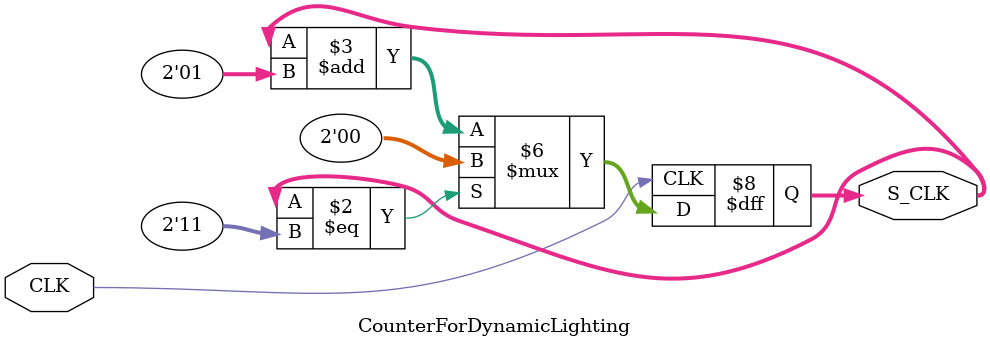
<source format=v>
`timescale 1ns / 1ps
module CounterForDynamicLighting(CLK, S_CLK);
	input CLK;
	output [1:0]S_CLK;
	reg [1:0]S_CLK = 2'b00;
	always @(posedge CLK) begin
		if(S_CLK == 2'b11) begin
			S_CLK <= 2'b00;
		end
		else
			S_CLK <= S_CLK + 2'b01;
	end

endmodule

</source>
